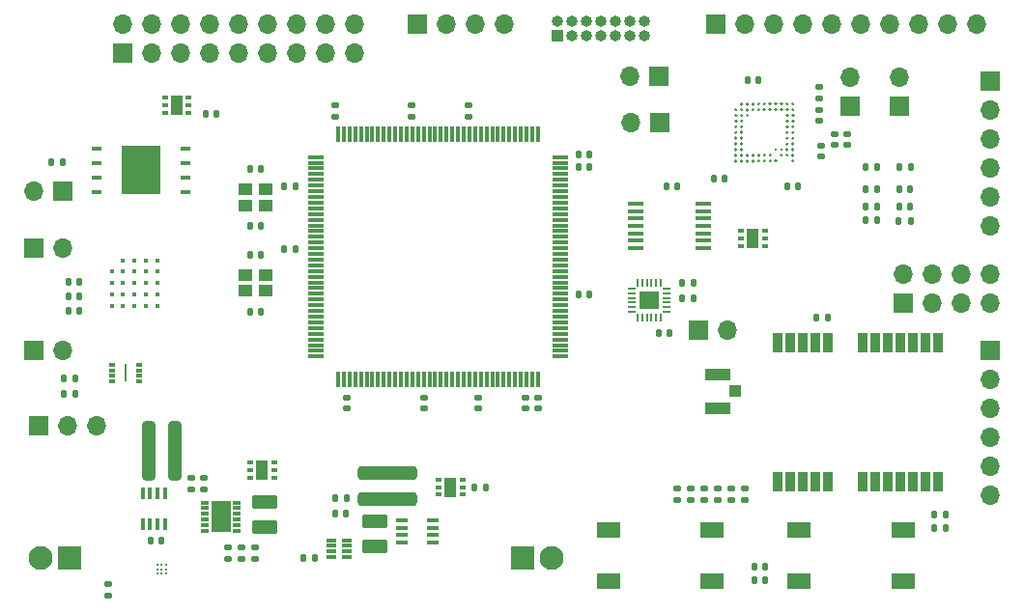
<source format=gts>
G04 #@! TF.GenerationSoftware,KiCad,Pcbnew,(6.0.1)*
G04 #@! TF.CreationDate,2023-03-29T19:48:02-04:00*
G04 #@! TF.ProjectId,OBCProto,4f424350-726f-4746-9f2e-6b696361645f,rev?*
G04 #@! TF.SameCoordinates,Original*
G04 #@! TF.FileFunction,Soldermask,Top*
G04 #@! TF.FilePolarity,Negative*
%FSLAX46Y46*%
G04 Gerber Fmt 4.6, Leading zero omitted, Abs format (unit mm)*
G04 Created by KiCad (PCBNEW (6.0.1)) date 2023-03-29 19:48:02*
%MOMM*%
%LPD*%
G01*
G04 APERTURE LIST*
G04 Aperture macros list*
%AMRoundRect*
0 Rectangle with rounded corners*
0 $1 Rounding radius*
0 $2 $3 $4 $5 $6 $7 $8 $9 X,Y pos of 4 corners*
0 Add a 4 corners polygon primitive as box body*
4,1,4,$2,$3,$4,$5,$6,$7,$8,$9,$2,$3,0*
0 Add four circle primitives for the rounded corners*
1,1,$1+$1,$2,$3*
1,1,$1+$1,$4,$5*
1,1,$1+$1,$6,$7*
1,1,$1+$1,$8,$9*
0 Add four rect primitives between the rounded corners*
20,1,$1+$1,$2,$3,$4,$5,0*
20,1,$1+$1,$4,$5,$6,$7,0*
20,1,$1+$1,$6,$7,$8,$9,0*
20,1,$1+$1,$8,$9,$2,$3,0*%
G04 Aperture macros list end*
%ADD10C,0.150000*%
%ADD11R,0.450000X1.050000*%
%ADD12RoundRect,0.140000X-0.140000X-0.170000X0.140000X-0.170000X0.140000X0.170000X-0.140000X0.170000X0*%
%ADD13RoundRect,0.140000X0.140000X0.170000X-0.140000X0.170000X-0.140000X-0.170000X0.140000X-0.170000X0*%
%ADD14RoundRect,0.135000X-0.135000X-0.185000X0.135000X-0.185000X0.135000X0.185000X-0.135000X0.185000X0*%
%ADD15R,1.700000X1.700000*%
%ADD16O,1.700000X1.700000*%
%ADD17R,1.050000X1.000000*%
%ADD18R,2.200000X1.050000*%
%ADD19RoundRect,0.140000X-0.170000X0.140000X-0.170000X-0.140000X0.170000X-0.140000X0.170000X0.140000X0*%
%ADD20RoundRect,0.135000X-0.185000X0.135000X-0.185000X-0.135000X0.185000X-0.135000X0.185000X0.135000X0*%
%ADD21R,2.100000X1.400000*%
%ADD22R,0.600000X0.350000*%
%ADD23R,1.100000X1.700000*%
%ADD24RoundRect,0.140000X0.170000X-0.140000X0.170000X0.140000X-0.170000X0.140000X-0.170000X-0.140000X0*%
%ADD25C,0.216000*%
%ADD26R,1.475000X0.300000*%
%ADD27R,0.300000X1.475000*%
%ADD28RoundRect,0.014000X0.216000X0.161000X-0.216000X0.161000X-0.216000X-0.161000X0.216000X-0.161000X0*%
%ADD29R,0.200000X1.600000*%
%ADD30R,1.000000X1.000000*%
%ADD31O,1.000000X1.000000*%
%ADD32RoundRect,0.063500X0.400000X-0.800000X0.400000X0.800000X-0.400000X0.800000X-0.400000X-0.800000X0*%
%ADD33R,0.950000X0.450000*%
%ADD34R,3.450000X4.350000*%
%ADD35R,1.150000X1.000000*%
%ADD36RoundRect,0.250000X-0.850000X0.375000X-0.850000X-0.375000X0.850000X-0.375000X0.850000X0.375000X0*%
%ADD37R,0.650000X0.300000*%
%ADD38R,1.750000X2.750000*%
%ADD39RoundRect,0.250000X0.325000X2.350000X-0.325000X2.350000X-0.325000X-2.350000X0.325000X-2.350000X0*%
%ADD40R,2.100000X2.100000*%
%ADD41C,2.100000*%
%ADD42RoundRect,0.008100X-0.421900X-0.126900X0.421900X-0.126900X0.421900X0.126900X-0.421900X0.126900X0*%
%ADD43RoundRect,0.250000X2.350000X-0.325000X2.350000X0.325000X-2.350000X0.325000X-2.350000X-0.325000X0*%
%ADD44RoundRect,0.250000X0.850000X-0.375000X0.850000X0.375000X-0.850000X0.375000X-0.850000X-0.375000X0*%
%ADD45R,0.200000X0.750000*%
%ADD46R,0.750000X0.200000*%
%ADD47R,1.750000X1.590000*%
%ADD48C,0.370000*%
%ADD49R,1.475000X0.450000*%
%ADD50R,1.050000X0.450000*%
G04 APERTURE END LIST*
D10*
X164675000Y-80300000D02*
G75*
G03*
X164675000Y-80300000I-75000J0D01*
G01*
X167175000Y-80300000D02*
G75*
G03*
X167175000Y-80300000I-75000J0D01*
G01*
X164675000Y-84800000D02*
G75*
G03*
X164675000Y-84800000I-75000J0D01*
G01*
X163675000Y-80800000D02*
G75*
G03*
X163675000Y-80800000I-75000J0D01*
G01*
X162675000Y-81800000D02*
G75*
G03*
X162675000Y-81800000I-75000J0D01*
G01*
X163175000Y-84300000D02*
G75*
G03*
X163175000Y-84300000I-75000J0D01*
G01*
X164675000Y-84300000D02*
G75*
G03*
X164675000Y-84300000I-75000J0D01*
G01*
X162675000Y-84800000D02*
G75*
G03*
X162675000Y-84800000I-75000J0D01*
G01*
X162675000Y-82300000D02*
G75*
G03*
X162675000Y-82300000I-75000J0D01*
G01*
X162675000Y-81300000D02*
G75*
G03*
X162675000Y-81300000I-75000J0D01*
G01*
X167675000Y-80300000D02*
G75*
G03*
X167675000Y-80300000I-75000J0D01*
G01*
X162675000Y-84300000D02*
G75*
G03*
X162675000Y-84300000I-75000J0D01*
G01*
X167675000Y-82800000D02*
G75*
G03*
X167675000Y-82800000I-75000J0D01*
G01*
X162675000Y-80300000D02*
G75*
G03*
X162675000Y-80300000I-75000J0D01*
G01*
X167175000Y-83800000D02*
G75*
G03*
X167175000Y-83800000I-75000J0D01*
G01*
X166675000Y-84300000D02*
G75*
G03*
X166675000Y-84300000I-75000J0D01*
G01*
X167675000Y-83800000D02*
G75*
G03*
X167675000Y-83800000I-75000J0D01*
G01*
X167175000Y-82800000D02*
G75*
G03*
X167175000Y-82800000I-75000J0D01*
G01*
X166675000Y-79800000D02*
G75*
G03*
X166675000Y-79800000I-75000J0D01*
G01*
X163175000Y-83300000D02*
G75*
G03*
X163175000Y-83300000I-75000J0D01*
G01*
X166175000Y-79800000D02*
G75*
G03*
X166175000Y-79800000I-75000J0D01*
G01*
X166675000Y-80300000D02*
G75*
G03*
X166675000Y-80300000I-75000J0D01*
G01*
X167675000Y-83300000D02*
G75*
G03*
X167675000Y-83300000I-75000J0D01*
G01*
X163675000Y-80300000D02*
G75*
G03*
X163675000Y-80300000I-75000J0D01*
G01*
X164175000Y-84800000D02*
G75*
G03*
X164175000Y-84800000I-75000J0D01*
G01*
X165175000Y-80300000D02*
G75*
G03*
X165175000Y-80300000I-75000J0D01*
G01*
X165175000Y-84800000D02*
G75*
G03*
X165175000Y-84800000I-75000J0D01*
G01*
X167175000Y-83300000D02*
G75*
G03*
X167175000Y-83300000I-75000J0D01*
G01*
X167175000Y-84300000D02*
G75*
G03*
X167175000Y-84300000I-75000J0D01*
G01*
X163175000Y-83800000D02*
G75*
G03*
X163175000Y-83800000I-75000J0D01*
G01*
X163675000Y-84800000D02*
G75*
G03*
X163675000Y-84800000I-75000J0D01*
G01*
X162675000Y-83800000D02*
G75*
G03*
X162675000Y-83800000I-75000J0D01*
G01*
X165675000Y-79800000D02*
G75*
G03*
X165675000Y-79800000I-75000J0D01*
G01*
X163175000Y-81800000D02*
G75*
G03*
X163175000Y-81800000I-75000J0D01*
G01*
X167675000Y-84800000D02*
G75*
G03*
X167675000Y-84800000I-75000J0D01*
G01*
X167675000Y-79800000D02*
G75*
G03*
X167675000Y-79800000I-75000J0D01*
G01*
X163175000Y-82800000D02*
G75*
G03*
X163175000Y-82800000I-75000J0D01*
G01*
X165675000Y-84300000D02*
G75*
G03*
X165675000Y-84300000I-75000J0D01*
G01*
X163175000Y-80300000D02*
G75*
G03*
X163175000Y-80300000I-75000J0D01*
G01*
X166175000Y-84800000D02*
G75*
G03*
X166175000Y-84800000I-75000J0D01*
G01*
X167675000Y-80800000D02*
G75*
G03*
X167675000Y-80800000I-75000J0D01*
G01*
X167175000Y-80800000D02*
G75*
G03*
X167175000Y-80800000I-75000J0D01*
G01*
X167675000Y-81800000D02*
G75*
G03*
X167675000Y-81800000I-75000J0D01*
G01*
X162675000Y-82800000D02*
G75*
G03*
X162675000Y-82800000I-75000J0D01*
G01*
X167175000Y-81800000D02*
G75*
G03*
X167175000Y-81800000I-75000J0D01*
G01*
X163175000Y-81300000D02*
G75*
G03*
X163175000Y-81300000I-75000J0D01*
G01*
X164675000Y-79800000D02*
G75*
G03*
X164675000Y-79800000I-75000J0D01*
G01*
X163175000Y-82300000D02*
G75*
G03*
X163175000Y-82300000I-75000J0D01*
G01*
X164175000Y-79800000D02*
G75*
G03*
X164175000Y-79800000I-75000J0D01*
G01*
X165675000Y-80300000D02*
G75*
G03*
X165675000Y-80300000I-75000J0D01*
G01*
X165175000Y-84300000D02*
G75*
G03*
X165175000Y-84300000I-75000J0D01*
G01*
X163675000Y-79800000D02*
G75*
G03*
X163675000Y-79800000I-75000J0D01*
G01*
X167675000Y-82300000D02*
G75*
G03*
X167675000Y-82300000I-75000J0D01*
G01*
X167675000Y-81300000D02*
G75*
G03*
X167675000Y-81300000I-75000J0D01*
G01*
X163175000Y-79800000D02*
G75*
G03*
X163175000Y-79800000I-75000J0D01*
G01*
X167175000Y-79800000D02*
G75*
G03*
X167175000Y-79800000I-75000J0D01*
G01*
X167675000Y-84300000D02*
G75*
G03*
X167675000Y-84300000I-75000J0D01*
G01*
X163675000Y-84300000D02*
G75*
G03*
X163675000Y-84300000I-75000J0D01*
G01*
X164175000Y-80300000D02*
G75*
G03*
X164175000Y-80300000I-75000J0D01*
G01*
X166175000Y-80300000D02*
G75*
G03*
X166175000Y-80300000I-75000J0D01*
G01*
X166175000Y-83800000D02*
G75*
G03*
X166175000Y-83800000I-75000J0D01*
G01*
X167175000Y-81300000D02*
G75*
G03*
X167175000Y-81300000I-75000J0D01*
G01*
X166675000Y-83800000D02*
G75*
G03*
X166675000Y-83800000I-75000J0D01*
G01*
X162675000Y-80800000D02*
G75*
G03*
X162675000Y-80800000I-75000J0D01*
G01*
X163175000Y-84800000D02*
G75*
G03*
X163175000Y-84800000I-75000J0D01*
G01*
X165175000Y-79800000D02*
G75*
G03*
X165175000Y-79800000I-75000J0D01*
G01*
X167175000Y-82300000D02*
G75*
G03*
X167175000Y-82300000I-75000J0D01*
G01*
X164175000Y-84300000D02*
G75*
G03*
X164175000Y-84300000I-75000J0D01*
G01*
X165675000Y-84800000D02*
G75*
G03*
X165675000Y-84800000I-75000J0D01*
G01*
X163175000Y-80800000D02*
G75*
G03*
X163175000Y-80800000I-75000J0D01*
G01*
X162675000Y-83300000D02*
G75*
G03*
X162675000Y-83300000I-75000J0D01*
G01*
D11*
X112575000Y-113975000D03*
X111925000Y-113975000D03*
X111275000Y-113975000D03*
X110625000Y-113975000D03*
X110625000Y-116625000D03*
X111275000Y-116625000D03*
X111925000Y-116625000D03*
X112575000Y-116625000D03*
D12*
X148820000Y-84200000D03*
X149780000Y-84200000D03*
D13*
X120980000Y-93000000D03*
X120020000Y-93000000D03*
D14*
X173990000Y-90000000D03*
X175010000Y-90000000D03*
D12*
X155820000Y-99900000D03*
X156780000Y-99900000D03*
D15*
X184900000Y-77750000D03*
D16*
X184900000Y-80290000D03*
X184900000Y-82830000D03*
X184900000Y-85370000D03*
X184900000Y-87910000D03*
X184900000Y-90450000D03*
D17*
X162525000Y-105000000D03*
D18*
X161000000Y-106475000D03*
X161000000Y-103525000D03*
D19*
X120480000Y-118720000D03*
X120480000Y-119680000D03*
D15*
X177300000Y-97275000D03*
D16*
X177300000Y-94735000D03*
X179840000Y-97275000D03*
X179840000Y-94735000D03*
X182380000Y-97275000D03*
X182380000Y-94735000D03*
X184920000Y-97275000D03*
X184920000Y-94735000D03*
D20*
X162200000Y-113490000D03*
X162200000Y-114510000D03*
D21*
X168150000Y-117150000D03*
X177250000Y-117150000D03*
X168150000Y-121650000D03*
X177250000Y-121650000D03*
D12*
X176920000Y-87300000D03*
X177880000Y-87300000D03*
D15*
X103650000Y-87400000D03*
D16*
X101110000Y-87400000D03*
D13*
X165180000Y-120400000D03*
X164220000Y-120400000D03*
D15*
X155900000Y-81400000D03*
D16*
X153360000Y-81400000D03*
D22*
X163050000Y-90950000D03*
X163050000Y-91600000D03*
X163050000Y-92250000D03*
X165150000Y-92250000D03*
X165150000Y-91600000D03*
X165150000Y-90950000D03*
D23*
X164100000Y-91600000D03*
D15*
X101100000Y-92400000D03*
D16*
X103640000Y-92400000D03*
D24*
X170100000Y-84380000D03*
X170100000Y-83420000D03*
D19*
X116000000Y-112620000D03*
X116000000Y-113580000D03*
D25*
X112680000Y-121000000D03*
X112280000Y-121000000D03*
X111880000Y-121000000D03*
X112680000Y-120600000D03*
X112280000Y-120600000D03*
X111880000Y-120600000D03*
X112680000Y-120200000D03*
X112280000Y-120200000D03*
X111880000Y-120200000D03*
D26*
X125762000Y-84450000D03*
X125762000Y-84950000D03*
X125762000Y-85450000D03*
X125762000Y-85950000D03*
X125762000Y-86450000D03*
X125762000Y-86950000D03*
X125762000Y-87450000D03*
X125762000Y-87950000D03*
X125762000Y-88450000D03*
X125762000Y-88950000D03*
X125762000Y-89450000D03*
X125762000Y-89950000D03*
X125762000Y-90450000D03*
X125762000Y-90950000D03*
X125762000Y-91450000D03*
X125762000Y-91950000D03*
X125762000Y-92450000D03*
X125762000Y-92950000D03*
X125762000Y-93450000D03*
X125762000Y-93950000D03*
X125762000Y-94450000D03*
X125762000Y-94950000D03*
X125762000Y-95450000D03*
X125762000Y-95950000D03*
X125762000Y-96450000D03*
X125762000Y-96950000D03*
X125762000Y-97450000D03*
X125762000Y-97950000D03*
X125762000Y-98450000D03*
X125762000Y-98950000D03*
X125762000Y-99450000D03*
X125762000Y-99950000D03*
X125762000Y-100450000D03*
X125762000Y-100950000D03*
X125762000Y-101450000D03*
X125762000Y-101950000D03*
D27*
X127750000Y-103938000D03*
X128250000Y-103938000D03*
X128750000Y-103938000D03*
X129250000Y-103938000D03*
X129750000Y-103938000D03*
X130250000Y-103938000D03*
X130750000Y-103938000D03*
X131250000Y-103938000D03*
X131750000Y-103938000D03*
X132250000Y-103938000D03*
X132750000Y-103938000D03*
X133250000Y-103938000D03*
X133750000Y-103938000D03*
X134250000Y-103938000D03*
X134750000Y-103938000D03*
X135250000Y-103938000D03*
X135750000Y-103938000D03*
X136250000Y-103938000D03*
X136750000Y-103938000D03*
X137250000Y-103938000D03*
X137750000Y-103938000D03*
X138250000Y-103938000D03*
X138750000Y-103938000D03*
X139250000Y-103938000D03*
X139750000Y-103938000D03*
X140250000Y-103938000D03*
X140750000Y-103938000D03*
X141250000Y-103938000D03*
X141750000Y-103938000D03*
X142250000Y-103938000D03*
X142750000Y-103938000D03*
X143250000Y-103938000D03*
X143750000Y-103938000D03*
X144250000Y-103938000D03*
X144750000Y-103938000D03*
X145250000Y-103938000D03*
D26*
X147238000Y-101950000D03*
X147238000Y-101450000D03*
X147238000Y-100950000D03*
X147238000Y-100450000D03*
X147238000Y-99950000D03*
X147238000Y-99450000D03*
X147238000Y-98950000D03*
X147238000Y-98450000D03*
X147238000Y-97950000D03*
X147238000Y-97450000D03*
X147238000Y-96950000D03*
X147238000Y-96450000D03*
X147238000Y-95950000D03*
X147238000Y-95450000D03*
X147238000Y-94950000D03*
X147238000Y-94450000D03*
X147238000Y-93950000D03*
X147238000Y-93450000D03*
X147238000Y-92950000D03*
X147238000Y-92450000D03*
X147238000Y-91950000D03*
X147238000Y-91450000D03*
X147238000Y-90950000D03*
X147238000Y-90450000D03*
X147238000Y-89950000D03*
X147238000Y-89450000D03*
X147238000Y-88950000D03*
X147238000Y-88450000D03*
X147238000Y-87950000D03*
X147238000Y-87450000D03*
X147238000Y-86950000D03*
X147238000Y-86450000D03*
X147238000Y-85950000D03*
X147238000Y-85450000D03*
X147238000Y-84950000D03*
X147238000Y-84450000D03*
D27*
X145250000Y-82462000D03*
X144750000Y-82462000D03*
X144250000Y-82462000D03*
X143750000Y-82462000D03*
X143250000Y-82462000D03*
X142750000Y-82462000D03*
X142250000Y-82462000D03*
X141750000Y-82462000D03*
X141250000Y-82462000D03*
X140750000Y-82462000D03*
X140250000Y-82462000D03*
X139750000Y-82462000D03*
X139250000Y-82462000D03*
X138750000Y-82462000D03*
X138250000Y-82462000D03*
X137750000Y-82462000D03*
X137250000Y-82462000D03*
X136750000Y-82462000D03*
X136250000Y-82462000D03*
X135750000Y-82462000D03*
X135250000Y-82462000D03*
X134750000Y-82462000D03*
X134250000Y-82462000D03*
X133750000Y-82462000D03*
X133250000Y-82462000D03*
X132750000Y-82462000D03*
X132250000Y-82462000D03*
X131750000Y-82462000D03*
X131250000Y-82462000D03*
X130750000Y-82462000D03*
X130250000Y-82462000D03*
X129750000Y-82462000D03*
X129250000Y-82462000D03*
X128750000Y-82462000D03*
X128250000Y-82462000D03*
X127750000Y-82462000D03*
D14*
X176910000Y-85320000D03*
X177930000Y-85320000D03*
D12*
X176910000Y-88790000D03*
X177870000Y-88790000D03*
X111300000Y-118100000D03*
X112260000Y-118100000D03*
D19*
X140000000Y-105520000D03*
X140000000Y-106480000D03*
D15*
X108850000Y-75350000D03*
D16*
X108850000Y-72810000D03*
X111390000Y-75350000D03*
X111390000Y-72810000D03*
X113930000Y-75350000D03*
X113930000Y-72810000D03*
X116470000Y-75350000D03*
X116470000Y-72810000D03*
X119010000Y-75350000D03*
X119010000Y-72810000D03*
X121550000Y-75350000D03*
X121550000Y-72810000D03*
X124090000Y-75350000D03*
X124090000Y-72810000D03*
X126630000Y-75350000D03*
X126630000Y-72810000D03*
X129170000Y-75350000D03*
X129170000Y-72810000D03*
D28*
X110285000Y-104150000D03*
X110285000Y-103650000D03*
X110285000Y-103150000D03*
X110285000Y-102650000D03*
X107915000Y-102650000D03*
X107915000Y-103150000D03*
X107915000Y-103650000D03*
X107915000Y-104150000D03*
D29*
X109100000Y-103400000D03*
D19*
X144200000Y-105520000D03*
X144200000Y-106480000D03*
D24*
X139200000Y-80880000D03*
X139200000Y-79920000D03*
D30*
X147000000Y-73850000D03*
D31*
X147000000Y-72580000D03*
X148270000Y-73850000D03*
X148270000Y-72580000D03*
X149540000Y-73850000D03*
X149540000Y-72580000D03*
X150810000Y-73850000D03*
X150810000Y-72580000D03*
X152080000Y-73850000D03*
X152080000Y-72580000D03*
X153350000Y-73850000D03*
X153350000Y-72580000D03*
X154620000Y-73850000D03*
X154620000Y-72580000D03*
D15*
X134700000Y-72800000D03*
D16*
X137240000Y-72800000D03*
X139780000Y-72800000D03*
X142320000Y-72800000D03*
D14*
X174000000Y-85320000D03*
X175020000Y-85320000D03*
D21*
X160550000Y-121650000D03*
X151450000Y-121650000D03*
X160550000Y-117150000D03*
X151450000Y-117150000D03*
D19*
X114900000Y-112620000D03*
X114900000Y-113580000D03*
D32*
X180300000Y-100700000D03*
X179200000Y-100700000D03*
X178100000Y-100700000D03*
X177000000Y-100700000D03*
X175900000Y-100700000D03*
X174800000Y-100700000D03*
X173700000Y-100700000D03*
X170700000Y-100700000D03*
X169600000Y-100700000D03*
X168500000Y-100700000D03*
X167400000Y-100700000D03*
X166300000Y-100700000D03*
X166300000Y-112900000D03*
X167400000Y-112900000D03*
X168500000Y-112900000D03*
X169600000Y-112900000D03*
X170700000Y-112900000D03*
X173700000Y-112900000D03*
X174800000Y-112900000D03*
X175900000Y-112900000D03*
X177000000Y-112900000D03*
X178100000Y-112900000D03*
X179200000Y-112900000D03*
X180300000Y-112900000D03*
D15*
X155875000Y-77400000D03*
D16*
X153335000Y-77400000D03*
D13*
X158880000Y-95500000D03*
X157920000Y-95500000D03*
D15*
X160860000Y-72800000D03*
D16*
X163400000Y-72800000D03*
X165940000Y-72800000D03*
X168480000Y-72800000D03*
X171020000Y-72800000D03*
X173560000Y-72800000D03*
X176100000Y-72800000D03*
X178640000Y-72800000D03*
X181180000Y-72800000D03*
X183720000Y-72800000D03*
D19*
X145300000Y-105520000D03*
X145300000Y-106480000D03*
D12*
X164220000Y-121600000D03*
X165180000Y-121600000D03*
D20*
X163400000Y-113490000D03*
X163400000Y-114510000D03*
D15*
X101475000Y-108000000D03*
D16*
X104015000Y-108000000D03*
X106555000Y-108000000D03*
D33*
X114400000Y-87505000D03*
X114400000Y-86235000D03*
X114400000Y-84965000D03*
X114400000Y-83695000D03*
X106600000Y-83695000D03*
X106600000Y-84965000D03*
X106600000Y-86235000D03*
X106600000Y-87505000D03*
D34*
X110500000Y-85600000D03*
D24*
X134200000Y-80880000D03*
X134200000Y-79920000D03*
D35*
X119625000Y-96200000D03*
X121375000Y-96200000D03*
X121375000Y-94800000D03*
X119625000Y-94800000D03*
D36*
X121280000Y-114725000D03*
X121280000Y-116875000D03*
D19*
X135250000Y-105520000D03*
X135250000Y-106480000D03*
D12*
X116120000Y-80700000D03*
X117080000Y-80700000D03*
X180020000Y-115800000D03*
X180980000Y-115800000D03*
D15*
X159300000Y-99600000D03*
D16*
X161840000Y-99600000D03*
D37*
X116080000Y-114750000D03*
X116080000Y-115250000D03*
X116080000Y-115750000D03*
X116080000Y-116250000D03*
X116080000Y-116750000D03*
X116080000Y-117250000D03*
X118880000Y-117250000D03*
X118880000Y-116750000D03*
X118880000Y-116250000D03*
X118880000Y-115750000D03*
X118880000Y-115250000D03*
X118880000Y-114750000D03*
D38*
X117480000Y-116000000D03*
D39*
X113425000Y-110200000D03*
X111175000Y-110200000D03*
D13*
X103580000Y-84900000D03*
X102620000Y-84900000D03*
X125680000Y-119600000D03*
X124720000Y-119600000D03*
D14*
X176890000Y-90100000D03*
X177910000Y-90100000D03*
D40*
X143930000Y-119600000D03*
D41*
X146470000Y-119600000D03*
D42*
X127115000Y-118050000D03*
X127115000Y-118550000D03*
X127115000Y-119050000D03*
X127115000Y-119550000D03*
X128485000Y-119550000D03*
X128485000Y-119050000D03*
X128485000Y-118550000D03*
X128485000Y-118050000D03*
D24*
X107600000Y-122880000D03*
X107600000Y-121920000D03*
D43*
X132100000Y-114425000D03*
X132100000Y-112175000D03*
D13*
X128480000Y-114400000D03*
X127520000Y-114400000D03*
D40*
X104200000Y-119600000D03*
D41*
X101660000Y-119600000D03*
D19*
X169900000Y-80320000D03*
X169900000Y-81280000D03*
D12*
X180020000Y-117000000D03*
X180980000Y-117000000D03*
D13*
X104680000Y-105200000D03*
X103720000Y-105200000D03*
X123980000Y-92500000D03*
X123020000Y-92500000D03*
X104680000Y-103900000D03*
X103720000Y-103900000D03*
X105080000Y-96650000D03*
X104120000Y-96650000D03*
D44*
X131000000Y-118575000D03*
X131000000Y-116425000D03*
D22*
X136550000Y-112750000D03*
X136550000Y-113400000D03*
X136550000Y-114050000D03*
X138650000Y-114050000D03*
X138650000Y-113400000D03*
X138650000Y-112750000D03*
D23*
X137600000Y-113400000D03*
D13*
X164580000Y-77700000D03*
X163620000Y-77700000D03*
D22*
X112550000Y-79250000D03*
X112550000Y-79900000D03*
X112550000Y-80550000D03*
X114650000Y-80550000D03*
X114650000Y-79900000D03*
X114650000Y-79250000D03*
D23*
X113600000Y-79900000D03*
D12*
X148820000Y-96500000D03*
X149780000Y-96500000D03*
D14*
X173990000Y-88800000D03*
X175010000Y-88800000D03*
D13*
X105080000Y-97900000D03*
X104120000Y-97900000D03*
D15*
X184900000Y-101450000D03*
D16*
X184900000Y-103990000D03*
X184900000Y-106530000D03*
X184900000Y-109070000D03*
X184900000Y-111610000D03*
X184900000Y-114150000D03*
D13*
X168080000Y-87000000D03*
X167120000Y-87000000D03*
D14*
X169690000Y-98500000D03*
X170710000Y-98500000D03*
D12*
X139720000Y-113400000D03*
X140680000Y-113400000D03*
D15*
X172600000Y-80000000D03*
D16*
X172600000Y-77460000D03*
D13*
X128460000Y-115700000D03*
X127500000Y-115700000D03*
D24*
X169900000Y-79280000D03*
X169900000Y-78320000D03*
D22*
X120030000Y-111250000D03*
X120030000Y-111900000D03*
X120030000Y-112550000D03*
X122130000Y-112550000D03*
X122130000Y-111900000D03*
X122130000Y-111250000D03*
D23*
X121080000Y-111900000D03*
D20*
X157500000Y-113490000D03*
X157500000Y-114510000D03*
D13*
X105080000Y-95400000D03*
X104120000Y-95400000D03*
D12*
X120020000Y-98000000D03*
X120980000Y-98000000D03*
D20*
X161000000Y-113490000D03*
X161000000Y-114510000D03*
D24*
X127500000Y-80880000D03*
X127500000Y-79920000D03*
D13*
X123980000Y-87000000D03*
X123020000Y-87000000D03*
D15*
X101100000Y-101400000D03*
D16*
X103640000Y-101400000D03*
D20*
X158675000Y-113500000D03*
X158675000Y-114520000D03*
D12*
X156520000Y-87000000D03*
X157480000Y-87000000D03*
D24*
X171300000Y-83380000D03*
X171300000Y-82420000D03*
D13*
X120980000Y-85500000D03*
X120020000Y-85500000D03*
D12*
X148820000Y-85300000D03*
X149780000Y-85300000D03*
D24*
X172400000Y-83380000D03*
X172400000Y-82420000D03*
D45*
X154000000Y-98500000D03*
X154400000Y-98500000D03*
X154800000Y-98500000D03*
X155200000Y-98500000D03*
X155600000Y-98500000D03*
X156000000Y-98500000D03*
D46*
X156500000Y-98000000D03*
X156500000Y-97600000D03*
X156500000Y-97200000D03*
X156500000Y-96800000D03*
X156500000Y-96400000D03*
X156500000Y-96000000D03*
D45*
X156000000Y-95500000D03*
X155600000Y-95500000D03*
X155200000Y-95500000D03*
X154800000Y-95500000D03*
X154400000Y-95500000D03*
X154000000Y-95500000D03*
D46*
X153500000Y-96000000D03*
X153500000Y-96400000D03*
X153500000Y-96800000D03*
X153500000Y-97200000D03*
X153500000Y-97600000D03*
X153500000Y-98000000D03*
D47*
X155000000Y-97000000D03*
D20*
X159850000Y-113490000D03*
X159850000Y-114510000D03*
D48*
X108900000Y-93500000D03*
X109900000Y-93500000D03*
X110900000Y-93500000D03*
X111900000Y-93500000D03*
X107900000Y-94500000D03*
X108900000Y-94500000D03*
X109900000Y-94500000D03*
X110900000Y-94500000D03*
X111900000Y-94500000D03*
X107900000Y-95500000D03*
X108900000Y-95500000D03*
X109900000Y-95500000D03*
X110900000Y-95500000D03*
X111900000Y-95500000D03*
X107900000Y-96500000D03*
X108900000Y-96500000D03*
X109900000Y-96500000D03*
X110900000Y-96500000D03*
X111900000Y-96500000D03*
X107900000Y-97500000D03*
X108900000Y-97500000D03*
X109900000Y-97500000D03*
X110900000Y-97500000D03*
X111900000Y-97500000D03*
D12*
X120020000Y-90500000D03*
X120980000Y-90500000D03*
D49*
X153862000Y-88550000D03*
X153862000Y-89200000D03*
X153862000Y-89850000D03*
X153862000Y-90500000D03*
X153862000Y-91150000D03*
X153862000Y-91800000D03*
X153862000Y-92450000D03*
X159738000Y-92450000D03*
X159738000Y-91800000D03*
X159738000Y-91150000D03*
X159738000Y-90500000D03*
X159738000Y-89850000D03*
X159738000Y-89200000D03*
X159738000Y-88550000D03*
D14*
X174000000Y-87310000D03*
X175020000Y-87310000D03*
D12*
X157920000Y-96800000D03*
X158880000Y-96800000D03*
D50*
X133375000Y-116325000D03*
X133375000Y-116975000D03*
X133375000Y-117625000D03*
X133375000Y-118275000D03*
X136025000Y-118275000D03*
X136025000Y-117625000D03*
X136025000Y-116975000D03*
X136025000Y-116325000D03*
D19*
X118080000Y-118720000D03*
X118080000Y-119680000D03*
D12*
X160670000Y-86300000D03*
X161630000Y-86300000D03*
D35*
X119625000Y-88700000D03*
X121375000Y-88700000D03*
X121375000Y-87300000D03*
X119625000Y-87300000D03*
D19*
X119280000Y-118720000D03*
X119280000Y-119680000D03*
D15*
X176900000Y-80000000D03*
D16*
X176900000Y-77460000D03*
D19*
X128500000Y-105540000D03*
X128500000Y-106500000D03*
M02*

</source>
